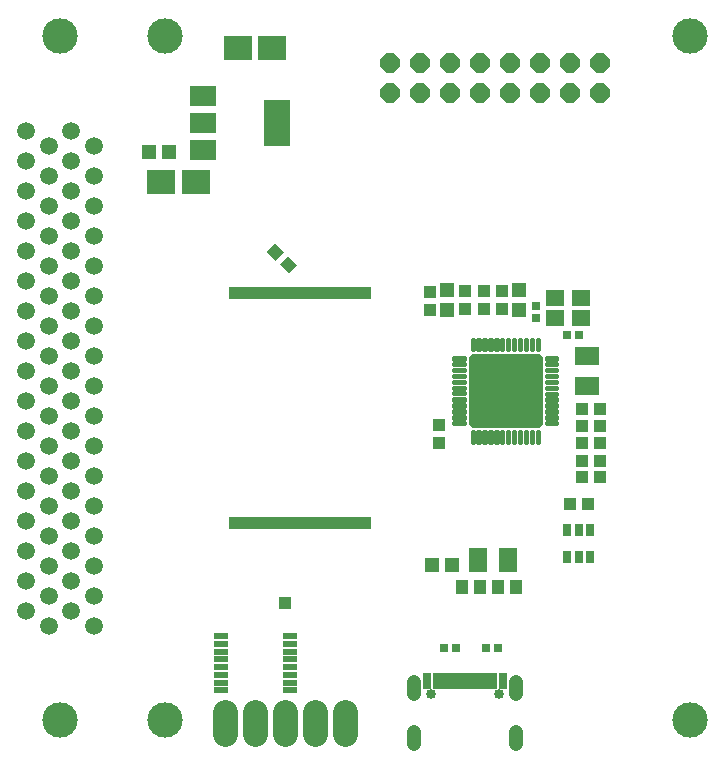
<source format=gbr>
G04 EAGLE Gerber RS-274X export*
G75*
%MOMM*%
%FSLAX34Y34*%
%LPD*%
%INSoldermask Top*%
%IPPOS*%
%AMOC8*
5,1,8,0,0,1.08239X$1,22.5*%
G01*
%ADD10C,2.997200*%
%ADD11R,1.103200X1.203200*%
%ADD12R,0.803200X1.103200*%
%ADD13R,1.203200X1.303200*%
%ADD14R,1.303200X1.203200*%
%ADD15C,0.316234*%
%ADD16C,0.806416*%
%ADD17R,1.603200X1.403200*%
%ADD18R,1.003200X1.103200*%
%ADD19R,1.603200X2.003200*%
%ADD20R,1.103200X1.003200*%
%ADD21R,0.803200X0.803200*%
%ADD22R,2.003200X1.603200*%
%ADD23R,0.778200X1.353200*%
%ADD24R,0.478200X1.353200*%
%ADD25C,1.209600*%
%ADD26C,0.853200*%
%ADD27C,1.509600*%
%ADD28C,3.003200*%
%ADD29R,0.503200X1.103200*%
%ADD30R,1.193800X0.508000*%
%ADD31P,1.759533X8X202.500000*%
%ADD32R,2.353200X2.003200*%
%ADD33R,1.253200X1.283200*%
%ADD34R,2.203200X1.703200*%
%ADD35R,2.203200X4.003200*%
%ADD36R,1.016000X1.016000*%
%ADD37C,2.133600*%


D10*
X584200Y607060D03*
X584200Y27940D03*
X139700Y607060D03*
X139700Y27940D03*
D11*
X421260Y140970D03*
X437260Y140970D03*
X406780Y140970D03*
X390780Y140970D03*
D12*
X499340Y189490D03*
X489840Y189490D03*
X480340Y189490D03*
X480340Y166490D03*
X489840Y166490D03*
X499340Y166490D03*
D13*
X378780Y392040D03*
X378780Y375040D03*
X439740Y392040D03*
X439740Y375040D03*
D14*
X366000Y159240D03*
X383000Y159240D03*
D15*
X455081Y341065D02*
X456251Y341065D01*
X455081Y341065D02*
X455081Y349935D01*
X456251Y349935D01*
X456251Y341065D01*
X456251Y344069D02*
X455081Y344069D01*
X455081Y347073D02*
X456251Y347073D01*
X451251Y341065D02*
X450081Y341065D01*
X450081Y349935D01*
X451251Y349935D01*
X451251Y341065D01*
X451251Y344069D02*
X450081Y344069D01*
X450081Y347073D02*
X451251Y347073D01*
X446251Y341065D02*
X445081Y341065D01*
X445081Y349935D01*
X446251Y349935D01*
X446251Y341065D01*
X446251Y344069D02*
X445081Y344069D01*
X445081Y347073D02*
X446251Y347073D01*
X441251Y341065D02*
X440081Y341065D01*
X440081Y349935D01*
X441251Y349935D01*
X441251Y341065D01*
X441251Y344069D02*
X440081Y344069D01*
X440081Y347073D02*
X441251Y347073D01*
X436251Y341065D02*
X435081Y341065D01*
X435081Y349935D01*
X436251Y349935D01*
X436251Y341065D01*
X436251Y344069D02*
X435081Y344069D01*
X435081Y347073D02*
X436251Y347073D01*
X431251Y341065D02*
X430081Y341065D01*
X430081Y349935D01*
X431251Y349935D01*
X431251Y341065D01*
X431251Y344069D02*
X430081Y344069D01*
X430081Y347073D02*
X431251Y347073D01*
X426251Y341065D02*
X425081Y341065D01*
X425081Y349935D01*
X426251Y349935D01*
X426251Y341065D01*
X426251Y344069D02*
X425081Y344069D01*
X425081Y347073D02*
X426251Y347073D01*
X421251Y341065D02*
X420081Y341065D01*
X420081Y349935D01*
X421251Y349935D01*
X421251Y341065D01*
X421251Y344069D02*
X420081Y344069D01*
X420081Y347073D02*
X421251Y347073D01*
X416251Y341065D02*
X415081Y341065D01*
X415081Y349935D01*
X416251Y349935D01*
X416251Y341065D01*
X416251Y344069D02*
X415081Y344069D01*
X415081Y347073D02*
X416251Y347073D01*
X411251Y341065D02*
X410081Y341065D01*
X410081Y349935D01*
X411251Y349935D01*
X411251Y341065D01*
X411251Y344069D02*
X410081Y344069D01*
X410081Y347073D02*
X411251Y347073D01*
X406251Y341065D02*
X405081Y341065D01*
X405081Y349935D01*
X406251Y349935D01*
X406251Y341065D01*
X406251Y344069D02*
X405081Y344069D01*
X405081Y347073D02*
X406251Y347073D01*
X401251Y341065D02*
X400081Y341065D01*
X400081Y349935D01*
X401251Y349935D01*
X401251Y341065D01*
X401251Y344069D02*
X400081Y344069D01*
X400081Y347073D02*
X401251Y347073D01*
X393601Y334585D02*
X393601Y333415D01*
X384731Y333415D01*
X384731Y334585D01*
X393601Y334585D01*
X393601Y329585D02*
X393601Y328415D01*
X384731Y328415D01*
X384731Y329585D01*
X393601Y329585D01*
X393601Y324585D02*
X393601Y323415D01*
X384731Y323415D01*
X384731Y324585D01*
X393601Y324585D01*
X393601Y319585D02*
X393601Y318415D01*
X384731Y318415D01*
X384731Y319585D01*
X393601Y319585D01*
X393601Y314585D02*
X393601Y313415D01*
X384731Y313415D01*
X384731Y314585D01*
X393601Y314585D01*
X393601Y309585D02*
X393601Y308415D01*
X384731Y308415D01*
X384731Y309585D01*
X393601Y309585D01*
X393601Y305085D02*
X393601Y303915D01*
X384731Y303915D01*
X384731Y305085D01*
X393601Y305085D01*
X393601Y299585D02*
X393601Y298415D01*
X384731Y298415D01*
X384731Y299585D01*
X393601Y299585D01*
X393601Y294585D02*
X393601Y293415D01*
X384731Y293415D01*
X384731Y294585D01*
X393601Y294585D01*
X393601Y289585D02*
X393601Y288415D01*
X384731Y288415D01*
X384731Y289585D01*
X393601Y289585D01*
X393601Y284585D02*
X393601Y283415D01*
X384731Y283415D01*
X384731Y284585D01*
X393601Y284585D01*
X393601Y279585D02*
X393601Y278415D01*
X384731Y278415D01*
X384731Y279585D01*
X393601Y279585D01*
X400081Y271935D02*
X401251Y271935D01*
X401251Y263065D01*
X400081Y263065D01*
X400081Y271935D01*
X400081Y266069D02*
X401251Y266069D01*
X401251Y269073D02*
X400081Y269073D01*
X405081Y271935D02*
X406251Y271935D01*
X406251Y263065D01*
X405081Y263065D01*
X405081Y271935D01*
X405081Y266069D02*
X406251Y266069D01*
X406251Y269073D02*
X405081Y269073D01*
X410081Y271935D02*
X411251Y271935D01*
X411251Y263065D01*
X410081Y263065D01*
X410081Y271935D01*
X410081Y266069D02*
X411251Y266069D01*
X411251Y269073D02*
X410081Y269073D01*
X415081Y271935D02*
X416251Y271935D01*
X416251Y263065D01*
X415081Y263065D01*
X415081Y271935D01*
X415081Y266069D02*
X416251Y266069D01*
X416251Y269073D02*
X415081Y269073D01*
X420081Y271935D02*
X421251Y271935D01*
X421251Y263065D01*
X420081Y263065D01*
X420081Y271935D01*
X420081Y266069D02*
X421251Y266069D01*
X421251Y269073D02*
X420081Y269073D01*
X425081Y271935D02*
X426251Y271935D01*
X426251Y263065D01*
X425081Y263065D01*
X425081Y271935D01*
X425081Y266069D02*
X426251Y266069D01*
X426251Y269073D02*
X425081Y269073D01*
X430081Y271935D02*
X431251Y271935D01*
X431251Y263065D01*
X430081Y263065D01*
X430081Y271935D01*
X430081Y266069D02*
X431251Y266069D01*
X431251Y269073D02*
X430081Y269073D01*
X435081Y271935D02*
X436251Y271935D01*
X436251Y263065D01*
X435081Y263065D01*
X435081Y271935D01*
X435081Y266069D02*
X436251Y266069D01*
X436251Y269073D02*
X435081Y269073D01*
X440081Y271935D02*
X441251Y271935D01*
X441251Y263065D01*
X440081Y263065D01*
X440081Y271935D01*
X440081Y266069D02*
X441251Y266069D01*
X441251Y269073D02*
X440081Y269073D01*
X445081Y271935D02*
X446251Y271935D01*
X446251Y263065D01*
X445081Y263065D01*
X445081Y271935D01*
X445081Y266069D02*
X446251Y266069D01*
X446251Y269073D02*
X445081Y269073D01*
X450081Y271935D02*
X451251Y271935D01*
X451251Y263065D01*
X450081Y263065D01*
X450081Y271935D01*
X450081Y266069D02*
X451251Y266069D01*
X451251Y269073D02*
X450081Y269073D01*
X455081Y271935D02*
X456251Y271935D01*
X456251Y263065D01*
X455081Y263065D01*
X455081Y271935D01*
X455081Y266069D02*
X456251Y266069D01*
X456251Y269073D02*
X455081Y269073D01*
X462731Y278415D02*
X462731Y279585D01*
X471601Y279585D01*
X471601Y278415D01*
X462731Y278415D01*
X462731Y283415D02*
X462731Y284585D01*
X471601Y284585D01*
X471601Y283415D01*
X462731Y283415D01*
X462731Y288415D02*
X462731Y289585D01*
X471601Y289585D01*
X471601Y288415D01*
X462731Y288415D01*
X462731Y293415D02*
X462731Y294585D01*
X471601Y294585D01*
X471601Y293415D01*
X462731Y293415D01*
X462731Y298415D02*
X462731Y299585D01*
X471601Y299585D01*
X471601Y298415D01*
X462731Y298415D01*
X462731Y303415D02*
X462731Y304585D01*
X471601Y304585D01*
X471601Y303415D01*
X462731Y303415D01*
X462731Y308415D02*
X462731Y309585D01*
X471601Y309585D01*
X471601Y308415D01*
X462731Y308415D01*
X462731Y313415D02*
X462731Y314585D01*
X471601Y314585D01*
X471601Y313415D01*
X462731Y313415D01*
X462731Y318415D02*
X462731Y319585D01*
X471601Y319585D01*
X471601Y318415D01*
X462731Y318415D01*
X462731Y323415D02*
X462731Y324585D01*
X471601Y324585D01*
X471601Y323415D01*
X462731Y323415D01*
X462731Y328415D02*
X462731Y329585D01*
X471601Y329585D01*
X471601Y328415D01*
X462731Y328415D01*
X462731Y333415D02*
X462731Y334585D01*
X471601Y334585D01*
X471601Y333415D01*
X462731Y333415D01*
D16*
X401182Y333484D02*
X401182Y279516D01*
X401182Y333484D02*
X455150Y333484D01*
X455150Y279516D01*
X401182Y279516D01*
X401182Y287177D02*
X455150Y287177D01*
X455150Y294838D02*
X401182Y294838D01*
X401182Y302499D02*
X455150Y302499D01*
X455150Y310160D02*
X401182Y310160D01*
X401182Y317821D02*
X455150Y317821D01*
X455150Y325482D02*
X401182Y325482D01*
X401182Y333143D02*
X455150Y333143D01*
D17*
X492150Y385500D03*
X470150Y385500D03*
X470150Y368500D03*
X492150Y368500D03*
D18*
X394020Y375920D03*
X394020Y391160D03*
X424570Y376100D03*
X424570Y391340D03*
D19*
X404330Y163650D03*
X429730Y163650D03*
D20*
X497680Y211310D03*
X482440Y211310D03*
X508000Y247650D03*
X492760Y247650D03*
D18*
X409390Y391520D03*
X409390Y376280D03*
D21*
X480060Y353850D03*
X490220Y353850D03*
X454180Y368300D03*
X454180Y378460D03*
D20*
X492760Y262890D03*
X508000Y262890D03*
X492760Y276860D03*
X508000Y276860D03*
X492760Y233680D03*
X508000Y233680D03*
D22*
X496880Y310680D03*
X496880Y336080D03*
D18*
X363870Y375440D03*
X363870Y390680D03*
D20*
X493070Y291780D03*
X508310Y291780D03*
D18*
X371600Y277780D03*
X371600Y262540D03*
D23*
X361700Y60850D03*
X369700Y60850D03*
D24*
X381200Y60850D03*
X391200Y60850D03*
X396200Y60850D03*
X406200Y60850D03*
D23*
X425700Y60850D03*
X417700Y60850D03*
D24*
X411200Y60850D03*
X401200Y60850D03*
X386200Y60850D03*
X376200Y60850D03*
D25*
X350500Y60132D02*
X350500Y50068D01*
X436900Y50068D02*
X436900Y60132D01*
X350500Y18332D02*
X350500Y8268D01*
X436900Y8268D02*
X436900Y18332D01*
D26*
X422600Y50100D03*
X364800Y50100D03*
D21*
X386080Y88900D03*
X375920Y88900D03*
X411480Y88900D03*
X421640Y88900D03*
D27*
X60330Y527050D03*
X79430Y514350D03*
X60330Y501650D03*
X79430Y488950D03*
X60330Y476250D03*
X79430Y463550D03*
X60330Y450850D03*
X79430Y438150D03*
X60330Y425450D03*
X79430Y412750D03*
X60330Y400050D03*
X79430Y387350D03*
X60330Y374650D03*
X79430Y361950D03*
X60330Y349250D03*
X79430Y336550D03*
X60330Y323850D03*
X79430Y311150D03*
X60330Y298450D03*
X79430Y285750D03*
X60330Y273050D03*
X79430Y260350D03*
X60330Y247650D03*
X79430Y234950D03*
X60330Y222250D03*
X79430Y209550D03*
X60330Y196850D03*
X79430Y184150D03*
X60330Y171450D03*
X79430Y158750D03*
X60330Y146050D03*
X79430Y133350D03*
X60330Y120650D03*
X79430Y107950D03*
X22130Y527050D03*
X41230Y514350D03*
X22130Y501650D03*
X41230Y488950D03*
X22130Y476250D03*
X41230Y463550D03*
X22130Y450850D03*
X41230Y438150D03*
X22130Y425450D03*
X41230Y412750D03*
X22130Y400050D03*
X41230Y387350D03*
X22130Y374650D03*
X41230Y361950D03*
X22130Y349250D03*
X41230Y336550D03*
X22130Y323850D03*
X41230Y311150D03*
X22130Y298450D03*
X41230Y285750D03*
X22130Y273050D03*
X41230Y260350D03*
X22130Y247650D03*
X41230Y234950D03*
X22130Y222250D03*
X41230Y209550D03*
X22130Y196850D03*
X41230Y184150D03*
X22130Y171450D03*
X41230Y158750D03*
X22130Y146050D03*
X41230Y133350D03*
X22130Y120650D03*
X41230Y107950D03*
D28*
X50800Y27950D03*
X50800Y607050D03*
D29*
X196500Y194600D03*
X201500Y194600D03*
X206500Y194600D03*
X211500Y194600D03*
X216500Y194600D03*
X221500Y194600D03*
X226500Y194600D03*
X231500Y194600D03*
X236500Y194600D03*
X241500Y194600D03*
X246500Y194600D03*
X251500Y194600D03*
X256500Y194600D03*
X261500Y194600D03*
X266500Y194600D03*
X271500Y194600D03*
X276500Y194600D03*
X281500Y194600D03*
X286500Y194600D03*
X291500Y194600D03*
X296500Y194600D03*
X301500Y194600D03*
X306500Y194600D03*
X311500Y194600D03*
X311500Y389600D03*
X306500Y389600D03*
X301500Y389600D03*
X296500Y389600D03*
X291500Y389600D03*
X286500Y389600D03*
X281500Y389600D03*
X276500Y389600D03*
X271500Y389600D03*
X266500Y389600D03*
X261500Y389600D03*
X256500Y389600D03*
X251500Y389600D03*
X246500Y389600D03*
X241500Y389600D03*
X236500Y389600D03*
X231500Y389600D03*
X226500Y389600D03*
X221500Y389600D03*
X216500Y389600D03*
X211500Y389600D03*
X206500Y389600D03*
X201500Y389600D03*
X196500Y389600D03*
D20*
G36*
X243795Y421159D02*
X251595Y413359D01*
X244501Y406265D01*
X236701Y414065D01*
X243795Y421159D01*
G37*
G36*
X233019Y431935D02*
X240819Y424135D01*
X233725Y417041D01*
X225925Y424841D01*
X233019Y431935D01*
G37*
D30*
X186722Y98950D03*
X186722Y92450D03*
X186722Y85950D03*
X186722Y79450D03*
X186722Y72950D03*
X186722Y66450D03*
X186722Y59950D03*
X186722Y53450D03*
X245078Y53450D03*
X245078Y59950D03*
X245078Y66450D03*
X245078Y72950D03*
X245078Y79450D03*
X245078Y85950D03*
X245078Y92450D03*
X245078Y98950D03*
D31*
X508000Y584200D03*
X508000Y558800D03*
X482600Y584200D03*
X482600Y558800D03*
X457200Y584200D03*
X457200Y558800D03*
X431800Y584200D03*
X431800Y558800D03*
X406400Y584200D03*
X406400Y558800D03*
X381000Y584200D03*
X381000Y558800D03*
X355600Y584200D03*
X355600Y558800D03*
X330200Y584200D03*
X330200Y558800D03*
D32*
X136380Y483870D03*
X165880Y483870D03*
X230650Y596900D03*
X201150Y596900D03*
D33*
X143370Y509270D03*
X125870Y509270D03*
D34*
X171700Y556400D03*
X171700Y533400D03*
X171700Y510400D03*
D35*
X234700Y533400D03*
D36*
X241300Y127000D03*
D37*
X292100Y34798D02*
X292100Y16002D01*
X266700Y16002D02*
X266700Y34798D01*
X215900Y34798D02*
X215900Y16002D01*
X241300Y16002D02*
X241300Y34798D01*
X190500Y34798D02*
X190500Y16002D01*
M02*

</source>
